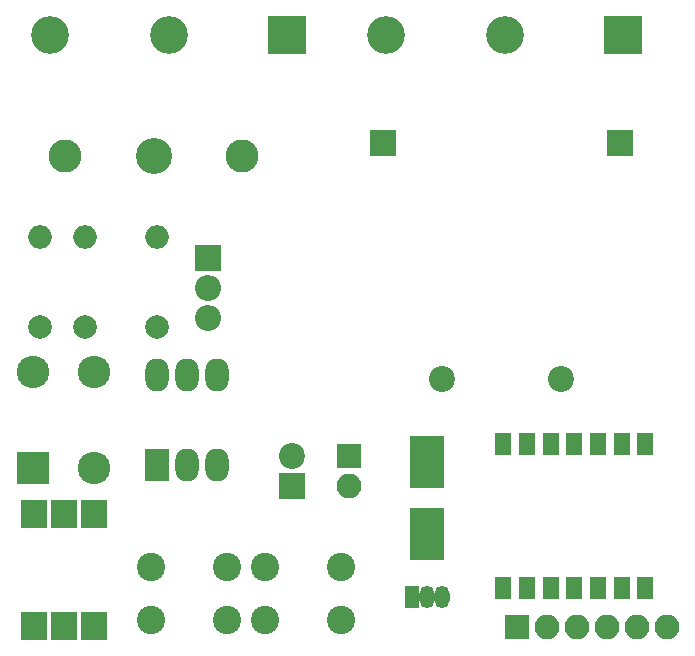
<source format=gts>
G04 #@! TF.FileFunction,Soldermask,Top*
%FSLAX46Y46*%
G04 Gerber Fmt 4.6, Leading zero omitted, Abs format (unit mm)*
G04 Created by KiCad (PCBNEW 4.0.7) date Sat Oct 14 14:29:21 2017*
%MOMM*%
%LPD*%
G01*
G04 APERTURE LIST*
%ADD10C,0.100000*%
%ADD11R,1.400000X1.900000*%
%ADD12R,2.900000X4.400000*%
%ADD13R,2.750000X2.750000*%
%ADD14C,2.750000*%
%ADD15R,2.200000X2.200000*%
%ADD16C,2.200000*%
%ADD17C,2.800000*%
%ADD18C,3.050000*%
%ADD19R,2.100000X2.100000*%
%ADD20O,2.100000X2.100000*%
%ADD21C,3.200000*%
%ADD22R,3.200000X3.200000*%
%ADD23O,1.300000X1.900000*%
%ADD24R,1.300000X1.900000*%
%ADD25C,2.000000*%
%ADD26O,2.000000X2.000000*%
%ADD27C,2.400000*%
%ADD28R,2.000000X2.800000*%
%ADD29O,2.000000X2.800000*%
%ADD30R,2.180000X2.400000*%
%ADD31O,2.200000X2.200000*%
G04 APERTURE END LIST*
D10*
D11*
X174718980Y-122428000D03*
X172720000Y-122428000D03*
X162722560Y-122428000D03*
X162722560Y-110228000D03*
X164721540Y-110228000D03*
X170718480Y-110228000D03*
X168722040Y-110228000D03*
X172720000Y-110228000D03*
X166723060Y-110228000D03*
X170718480Y-122428000D03*
X164721540Y-122428000D03*
X168722040Y-122428000D03*
X166723060Y-122428000D03*
X174718980Y-110228000D03*
D12*
X156210000Y-111758000D03*
X156210000Y-117858000D03*
D13*
X122876000Y-112304000D03*
D14*
X128076000Y-104104000D03*
X128076000Y-112304000D03*
X122876000Y-104104000D03*
D15*
X144780000Y-113792000D03*
D16*
X144780000Y-111252000D03*
D17*
X125596000Y-85852000D03*
X140596000Y-85852000D03*
D18*
X133096000Y-85852000D03*
D19*
X163830000Y-125730000D03*
D20*
X166370000Y-125730000D03*
X168910000Y-125730000D03*
X171450000Y-125730000D03*
X173990000Y-125730000D03*
X176530000Y-125730000D03*
D21*
X134366000Y-75588000D03*
D22*
X144366000Y-75588000D03*
D21*
X124366000Y-75588000D03*
X162814000Y-75588000D03*
D22*
X172814000Y-75588000D03*
D21*
X152814000Y-75588000D03*
D19*
X149606000Y-111252000D03*
D20*
X149606000Y-113792000D03*
D23*
X156210000Y-123190000D03*
X157480000Y-123190000D03*
D24*
X154940000Y-123190000D03*
D25*
X127254000Y-100330000D03*
D26*
X127254000Y-92710000D03*
D25*
X123444000Y-100330000D03*
D26*
X123444000Y-92710000D03*
D25*
X133350000Y-100330000D03*
D26*
X133350000Y-92710000D03*
D27*
X148994000Y-120650000D03*
X148994000Y-125150000D03*
X142494000Y-120650000D03*
X142494000Y-125150000D03*
X139342000Y-120650000D03*
X139342000Y-125150000D03*
X132842000Y-120650000D03*
X132842000Y-125150000D03*
D15*
X152560000Y-84742000D03*
X172560000Y-84742000D03*
D16*
X167560000Y-104742000D03*
X157560000Y-104742000D03*
D28*
X133350000Y-112014000D03*
D29*
X138430000Y-104394000D03*
X135890000Y-112014000D03*
X135890000Y-104394000D03*
X138430000Y-112014000D03*
X133350000Y-104394000D03*
D30*
X128016000Y-116139000D03*
X122936000Y-125669000D03*
X125476000Y-116139000D03*
X125476000Y-125669000D03*
X122936000Y-116139000D03*
X128016000Y-125669000D03*
D15*
X137668000Y-94488000D03*
D31*
X137668000Y-97028000D03*
X137668000Y-99568000D03*
M02*

</source>
